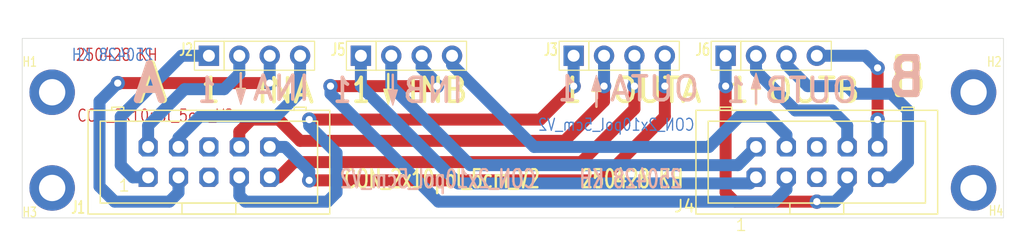
<source format=kicad_pcb>
(kicad_pcb (version 20240108) (generator "pcbnew") (generator_version "8.0")
  (layers (0 "F.Cu" signal) (31 "B.Cu" signal) (34 "B.Paste" user) (35 "F.Paste" user) (36 "B.SilkS" user "B.Silkscreen") (37 "F.SilkS" user "F.Silkscreen") (38 "B.Mask" user) (39 "F.Mask" user) (44 "Edge.Cuts" user))
  (net 0 "")
  (net 1 "Net-(J1-Pin_2)")
  (net 2 "Net-(J1-Pin_1)")
  (net 3 "Net-(J1-Pin_3)")
  (net 4 "Net-(J1-Pin_4)")
  (net 5 "Net-(J1-Pin_8)")
  (net 6 "Net-(J1-Pin_7)")
  (net 7 "Net-(J1-Pin_10)")
  (net 8 "Net-(J1-Pin_9)")
  (net 11 "Net-(J4-Pin_3)")
  (net 12 "Net-(J4-Pin_9)")
  (net 13 "Net-(J4-Pin_4)")
  (net 14 "Net-(J4-Pin_1)")
  (net 16 "Net-(J4-Pin_10)")
  (net 17 "Net-(J4-Pin_2)")
  (net 19 "Net-(J4-Pin_8)")
  (net 20 "Net-(J4-Pin_7)")
  (footprint "_kh_library:MountingHole_2.2mm_M2_Pad_TopBottom_kh" (layer "F.Cu") (at 119.78 36.45)
    (property "Reference" "H4" (at 1.875 1.905 0) (layer "F.SilkS") (effects (font (size 0.8 0.6) (thickness 0.1) (bold yes))))
    (property "Value" "MountingHole")
    (pad "1" thru_hole circle (at 0 0) (size 2.6 2.6) (drill 2.2) (layers "*.Cu" "*.Mask"))
    (pad "1" connect circle (at 0 0) (size 3.8 3.8) (layers "F.Cu" "F.Mask"))
    (pad "1" connect circle (at 0 0) (size 3.8 3.8) (layers "B.Cu" "B.Mask"))
  )
  (footprint "_kh_library:PinSocket_1x04_P2.54mm_Vertical_kh" (layer "F.Cu") (at 68.58 25.4 90)
    (property "Reference" "J5" (at 0.508 -1.905 180) (layer "F.SilkS") (effects (font (size 1 0.7))))
    (property "Value" "Conn_01x04")
    (fp_line (start -1.21 1.27) (end 1.21 1.27) (stroke (width 0.12)) (layer "F.SilkS"))
    (fp_rect (start -1.21 -1.21) (end 1.21 8.83) (stroke (width 0.1)) (fill none) (layer "F.SilkS"))
    (pad "1" thru_hole rect (at 0 0 90) (size 1.7 1.7) (drill 1) (layers "*.Cu" "*.Mask") (net 14 "Net-(J4-Pin_1)"))
    (pad "2" thru_hole oval (at 0 2.54 90) (size 1.7 1.7) (drill 1) (layers "*.Cu" "*.Mask") (net 17 "Net-(J4-Pin_2)"))
    (pad "3" thru_hole oval (at 0 5.08 90) (size 1.7 1.7) (drill 1) (layers "*.Cu" "*.Mask") (net 11 "Net-(J4-Pin_3)"))
    (pad "4" thru_hole oval (at 0 7.62 90) (size 1.7 1.7) (drill 1) (layers "*.Cu" "*.Mask") (net 13 "Net-(J4-Pin_4)"))
  )
  (footprint "_kh_library:MountingHole_2.2mm_M2_Pad_TopBottom_kh" (layer "F.Cu") (at 42.78 36.45)
    (property "Reference" "H3" (at -1.875 2.031 0) (layer "F.SilkS") (effects (font (size 0.8 0.6) (thickness 0.1))))
    (property "Value" "MountingHole")
    (pad "1" thru_hole circle (at 0 0) (size 2.6 2.6) (drill 2.2) (layers "*.Cu" "*.Mask"))
    (pad "1" connect circle (at 0 0) (size 3.8 3.8) (layers "F.Cu" "F.Mask"))
    (pad "1" connect circle (at 0 0) (size 3.8 3.8) (layers "B.Cu" "B.Mask"))
  )
  (footprint "_kh_library:PinSocket_1x04_P2.54mm_Vertical_kh" (layer "F.Cu") (at 55.88 25.4 90)
    (property "Reference" "J2" (at 0.508 -1.905 0) (layer "F.SilkS") (effects (font (size 1 0.65))))
    (property "Value" "Conn_01x04")
    (fp_line (start -1.21 1.27) (end 1.21 1.27) (stroke (width 0.12)) (layer "F.SilkS"))
    (fp_rect (start -1.21 -1.21) (end 1.21 8.83) (stroke (width 0.1)) (fill none) (layer "F.SilkS"))
    (pad "1" thru_hole rect (at 0 0 90) (size 1.7 1.7) (drill 1) (layers "*.Cu" "*.Mask") (net 2 "Net-(J1-Pin_1)"))
    (pad "2" thru_hole oval (at 0 2.54 90) (size 1.7 1.7) (drill 1) (layers "*.Cu" "*.Mask") (net 1 "Net-(J1-Pin_2)"))
    (pad "3" thru_hole oval (at 0 5.08 90) (size 1.7 1.7) (drill 1) (layers "*.Cu" "*.Mask") (net 3 "Net-(J1-Pin_3)"))
    (pad "4" thru_hole oval (at 0 7.62 90) (size 1.7 1.7) (drill 1) (layers "*.Cu" "*.Mask") (net 4 "Net-(J1-Pin_4)"))
  )
  (footprint "_kh_library:Box_02x05_P2.54mm_Vertical_kh" (layer "F.Cu") (at 101.6 35.56)
    (property "Reference" "J4" (at -5.969 2.413 0) (layer "F.SilkS"))
    (property "Value" "Box_02x05_P2.54_Vertical")
    (fp_rect (start -5.02 3.07) (end 15.18 -5.6) (stroke (width 0.12)) (fill none) (layer "F.SilkS"))
    (fp_rect (start -4 2.15) (end 14.16 -4.69) (stroke (width 0.12)) (fill none) (layer "F.SilkS"))
    (fp_rect (start -3.04 -5.6) (end -2.04 -5.86) (stroke (width 0.12)) (fill none) (layer "F.SilkS"))
    (fp_rect (start 2.83 3.07) (end 7.33 2.15) (stroke (width 0.12)) (fill none) (layer "F.SilkS"))
    (fp_rect (start 12.2 -5.6) (end 13.2 -5.86) (stroke (width 0.12)) (fill none) (layer "F.SilkS"))
    (fp_text user "1" (at -1.778 4.572 0) (layer "F.SilkS") (effects (font (thickness 0.1)) (justify left bottom)))
    (pad "1" thru_hole roundrect (at 0 0) (size 1.6 1.6) (drill 1) (layers "*.Cu" "*.Mask") (roundrect_rratio 0) (chamfer_ratio 0.2) (chamfer top_left top_right bottom_right) (net 14 "Net-(J4-Pin_1)"))
    (pad "2" thru_hole roundrect (at 0 -2.54) (size 1.6 1.6) (drill 1) (layers "*.Cu" "*.Mask") (roundrect_rratio 0) (chamfer_ratio 0.2) (chamfer top_left top_right bottom_left bottom_right) (net 17 "Net-(J4-Pin_2)"))
    (pad "3" thru_hole roundrect (at 2.54 0) (size 1.6 1.6) (drill 1) (layers "*.Cu" "*.Mask") (roundrect_rratio 0) (chamfer_ratio 0.2) (chamfer top_left top_right bottom_left bottom_right) (net 11 "Net-(J4-Pin_3)"))
    (pad "4" thru_hole roundrect (at 2.54 -2.54) (size 1.6 1.6) (drill 1) (layers "*.Cu" "*.Mask") (roundrect_rratio 0) (chamfer_ratio 0.2) (chamfer top_left top_right bottom_left bottom_right) (net 13 "Net-(J4-Pin_4)"))
    (pad "5" thru_hole roundrect (at 5.08 0) (size 1.6 1.6) (drill 1) (layers "*.Cu" "*.Mask") (roundrect_rratio 0) (chamfer_ratio 0.2) (chamfer top_left top_right bottom_left bottom_right))
    (pad "6" thru_hole roundrect (at 5.08 -2.54) (size 1.6 1.6) (drill 1) (layers "*.Cu" "*.Mask") (roundrect_rratio 0) (chamfer_ratio 0.2) (chamfer top_left top_right bottom_left bottom_right))
    (pad "7" thru_hole roundrect (at 7.62 0) (size 1.6 1.6) (drill 1) (layers "*.Cu" "*.Mask") (roundrect_rratio 0) (chamfer_ratio 0.2) (chamfer top_left top_right bottom_left bottom_right) (net 20 "Net-(J4-Pin_7)"))
    (pad "8" thru_hole roundrect (at 7.62 -2.54) (size 1.6 1.6) (drill 1) (layers "*.Cu" "*.Mask") (roundrect_rratio 0) (chamfer_ratio 0.2) (chamfer top_left top_right bottom_left bottom_right) (net 19 "Net-(J4-Pin_8)"))
    (pad "9" thru_hole roundrect (at 10.16 0) (size 1.6 1.6) (drill 1) (layers "*.Cu" "*.Mask") (roundrect_rratio 0) (chamfer_ratio 0.2) (chamfer top_left top_right bottom_left bottom_right) (net 12 "Net-(J4-Pin_9)"))
    (pad "10" thru_hole roundrect (at 10.16 -2.54) (size 1.6 1.6) (drill 1) (layers "*.Cu" "*.Mask") (roundrect_rratio 0) (chamfer_ratio 0.2) (chamfer top_left top_right bottom_left bottom_right) (net 16 "Net-(J4-Pin_10)"))
  )
  (footprint "_kh_library:MountingHole_2.2mm_M2_Pad_TopBottom_kh" (layer "F.Cu") (at 42.78 28.45)
    (property "Reference" "H1" (at -1.875 -2.542 0) (layer "F.SilkS") (effects (font (size 0.8 0.6) (thickness 0.1))))
    (property "Value" "MountingHole")
    (pad "1" thru_hole circle (at 0 0) (size 2.6 2.6) (drill 2.2) (layers "*.Cu" "*.Mask"))
    (pad "1" connect circle (at 0 0) (size 3.8 3.8) (layers "F.Cu" "F.Mask"))
    (pad "1" connect circle (at 0 0) (size 3.8 3.8) (layers "B.Cu" "B.Mask"))
  )
  (footprint "_kh_library:Box_02x05_P2.54mm_Vertical_kh" (layer "F.Cu") (at 50.8 35.56)
    (property "Reference" "J1" (at -5.842 2.52 0) (layer "F.SilkS") (effects (font (size 1 0.65))))
    (property "Value" "Box_02x05_P2.54_Vertical")
    (fp_rect (start -5.02 3.07) (end 15.18 -5.6) (stroke (width 0.12)) (fill none) (layer "F.SilkS"))
    (fp_rect (start -4 2.15) (end 14.16 -4.69) (stroke (width 0.12)) (fill none) (layer "F.SilkS"))
    (fp_rect (start -3.04 -5.6) (end -2.04 -5.86) (stroke (width 0.12)) (fill none) (layer "F.SilkS"))
    (fp_rect (start 2.83 3.07) (end 7.33 2.15) (stroke (width 0.12)) (fill none) (layer "F.SilkS"))
    (fp_rect (start 12.2 -5.6) (end 13.2 -5.86) (stroke (width 0.12)) (fill none) (layer "F.SilkS"))
    (fp_text user "1" (at -2.54 1.27 0) (layer "F.SilkS") (effects (font (thickness 0.1)) (justify left bottom)))
    (pad "1" thru_hole roundrect (at 0 0) (size 1.6 1.6) (drill 1) (layers "*.Cu" "*.Mask") (roundrect_rratio 0) (chamfer_ratio 0.2) (chamfer top_left top_right bottom_right) (net 2 "Net-(J1-Pin_1)"))
    (pad "2" thru_hole roundrect (at 0 -2.54) (size 1.6 1.6) (drill 1) (layers "*.Cu" "*.Mask") (roundrect_rratio 0) (chamfer_ratio 0.2) (chamfer top_left top_right bottom_left bottom_right) (net 1 "Net-(J1-Pin_2)"))
    (pad "3" thru_hole roundrect (at 2.54 0) (size 1.6 1.6) (drill 1) (layers "*.Cu" "*.Mask") (roundrect_rratio 0) (chamfer_ratio 0.2) (chamfer top_left top_right bottom_left bottom_right) (net 3 "Net-(J1-Pin_3)"))
    (pad "4" thru_hole roundrect (at 2.54 -2.54) (size 1.6 1.6) (drill 1) (layers "*.Cu" "*.Mask") (roundrect_rratio 0) (chamfer_ratio 0.2) (chamfer top_left top_right bottom_left bottom_right) (net 4 "Net-(J1-Pin_4)"))
    (pad "5" thru_hole roundrect (at 5.08 0) (size 1.6 1.6) (drill 1) (layers "*.Cu" "*.Mask") (roundrect_rratio 0) (chamfer_ratio 0.2) (chamfer top_left top_right bottom_left bottom_right))
    (pad "6" thru_hole roundrect (at 5.08 -2.54) (size 1.6 1.6) (drill 1) (layers "*.Cu" "*.Mask") (roundrect_rratio 0) (chamfer_ratio 0.2) (chamfer top_left top_right bottom_left bottom_right))
    (pad "7" thru_hole roundrect (at 7.62 0) (size 1.6 1.6) (drill 1) (layers "*.Cu" "*.Mask") (roundrect_rratio 0) (chamfer_ratio 0.2) (chamfer top_left top_right bottom_left bottom_right) (net 6 "Net-(J1-Pin_7)"))
    (pad "8" thru_hole roundrect (at 7.62 -2.54) (size 1.6 1.6) (drill 1) (layers "*.Cu" "*.Mask") (roundrect_rratio 0) (chamfer_ratio 0.2) (chamfer top_left top_right bottom_left bottom_right) (net 5 "Net-(J1-Pin_8)"))
    (pad "9" thru_hole roundrect (at 10.16 0) (size 1.6 1.6) (drill 1) (layers "*.Cu" "*.Mask") (roundrect_rratio 0) (chamfer_ratio 0.2) (chamfer top_left top_right bottom_left bottom_right) (net 8 "Net-(J1-Pin_9)"))
    (pad "10" thru_hole roundrect (at 10.16 -2.54) (size 1.6 1.6) (drill 1) (layers "*.Cu" "*.Mask") (roundrect_rratio 0) (chamfer_ratio 0.2) (chamfer top_left top_right bottom_left bottom_right) (net 7 "Net-(J1-Pin_10)"))
  )
  (footprint "_kh_library:PinSocket_1x04_P2.54mm_Vertical_kh" (layer "F.Cu") (at 86.36 25.4 90)
    (property "Reference" "J3" (at 0.508 -1.905 0) (layer "F.SilkS") (effects (font (size 1 0.65))))
    (property "Value" "Conn_01x04")
    (fp_line (start -1.21 1.27) (end 1.21 1.27) (stroke (width 0.12)) (layer "F.SilkS"))
    (fp_rect (start -1.21 -1.21) (end 1.21 8.83) (stroke (width 0.1)) (fill none) (layer "F.SilkS"))
    (pad "1" thru_hole rect (at 0 0 90) (size 1.7 1.7) (drill 1) (layers "*.Cu" "*.Mask") (net 6 "Net-(J1-Pin_7)"))
    (pad "2" thru_hole oval (at 0 2.54 90) (size 1.7 1.7) (drill 1) (layers "*.Cu" "*.Mask") (net 5 "Net-(J1-Pin_8)"))
    (pad "3" thru_hole oval (at 0 5.08 90) (size 1.7 1.7) (drill 1) (layers "*.Cu" "*.Mask") (net 8 "Net-(J1-Pin_9)"))
    (pad "4" thru_hole oval (at 0 7.62 90) (size 1.7 1.7) (drill 1) (layers "*.Cu" "*.Mask") (net 7 "Net-(J1-Pin_10)"))
  )
  (footprint "_kh_library:PinSocket_1x04_P2.54mm_Vertical_kh" (layer "F.Cu") (at 99.06 25.4 90)
    (property "Reference" "J6" (at 0.508 -1.905 180) (layer "F.SilkS") (effects (font (size 1 0.7))))
    (property "Value" "Conn_01x04")
    (fp_line (start -1.21 1.27) (end 1.21 1.27) (stroke (width 0.12)) (layer "F.SilkS"))
    (fp_rect (start -1.21 -1.21) (end 1.21 8.83) (stroke (width 0.1)) (fill none) (layer "F.SilkS"))
    (pad "1" thru_hole rect (at 0 0 90) (size 1.7 1.7) (drill 1) (layers "*.Cu" "*.Mask") (net 20 "Net-(J4-Pin_7)"))
    (pad "2" thru_hole oval (at 0 2.54 90) (size 1.7 1.7) (drill 1) (layers "*.Cu" "*.Mask") (net 19 "Net-(J4-Pin_8)"))
    (pad "3" thru_hole oval (at 0 5.08 90) (size 1.7 1.7) (drill 1) (layers "*.Cu" "*.Mask") (net 12 "Net-(J4-Pin_9)"))
    (pad "4" thru_hole oval (at 0 7.62 90) (size 1.7 1.7) (drill 1) (layers "*.Cu" "*.Mask") (net 16 "Net-(J4-Pin_10)"))
  )
  (footprint "_kh_library:MountingHole_2.2mm_M2_Pad_TopBottom_kh" (layer "F.Cu") (at 119.78 28.45)
    (property "Reference" "H2" (at 1.732 -2.542 0) (layer "F.SilkS") (effects (font (size 0.8 0.6) (thickness 0.1) (bold yes))))
    (property "Value" "MountingHole")
    (pad "1" thru_hole circle (at 0 0) (size 2.6 2.6) (drill 2.2) (layers "*.Cu" "*.Mask"))
    (pad "1" connect circle (at 0 0) (size 3.8 3.8) (layers "F.Cu" "F.Mask"))
    (pad "1" connect circle (at 0 0) (size 3.8 3.8) (layers "B.Cu" "B.Mask"))
  )
  (gr_line (start 71.247 28.8925) (end 71.247 26.9875) (stroke (width 0.2)) (layer "B.SilkS"))
  (gr_poly (pts (xy 101.219 28.1305) (xy 101.6 26.8605) (xy 101.981 28.1305)) (stroke (width 0.1)) (fill solid) (layer "B.SilkS"))
  (gr_poly (pts (xy 87.884 28.321) (xy 88.265 27.051) (xy 88.646 28.321)) (stroke (width 0.1)) (fill solid) (layer "B.SilkS"))
  (gr_poly (pts (xy 70.866 28.2575) (xy 71.247 29.5275) (xy 71.628 28.2575)) (stroke (width 0.1)) (fill solid) (layer "B.SilkS"))
  (gr_line (start 101.6 27.4955) (end 101.6 29.4005) (stroke (width 0.2)) (layer "B.SilkS"))
  (gr_line (start 58.547 28.829) (end 58.547 26.924) (stroke (width 0.2)) (layer "B.SilkS"))
  (gr_poly (pts (xy 58.166 28.194) (xy 58.547 29.464) (xy 58.928 28.194)) (stroke (width 0.1)) (fill solid) (layer "B.SilkS"))
  (gr_line (start 88.265 27.686) (end 88.265 29.591) (stroke (width 0.2)) (layer "B.SilkS"))
  (gr_line (start 58.547 28.7655) (end 58.547 26.8605) (stroke (width 0.2)) (layer "F.SilkS"))
  (gr_poly (pts (xy 58.166 28.1305) (xy 58.547 29.4005) (xy 58.928 28.1305)) (stroke (width 0.1)) (fill solid) (layer "F.SilkS"))
  (gr_poly (pts (xy 70.485 28.194) (xy 70.866 29.464) (xy 71.247 28.194)) (stroke (width 0.1)) (fill solid) (layer "F.SilkS"))
  (gr_line (start 88.265 27.7495) (end 88.265 29.6545) (stroke (width 0.2)) (layer "F.SilkS"))
  (gr_poly (pts (xy 101.219 28.194) (xy 101.6 26.924) (xy 101.981 28.194)) (stroke (width 0.1)) (fill solid) (layer "F.SilkS"))
  (gr_poly (pts (xy 87.884 28.3845) (xy 88.265 27.1145) (xy 88.646 28.3845)) (stroke (width 0.1)) (fill solid) (layer "F.SilkS"))
  (gr_line (start 70.866 28.829) (end 70.866 26.924) (stroke (width 0.2)) (layer "F.SilkS"))
  (gr_line (start 101.6 27.559) (end 101.6 29.464) (stroke (width 0.2)) (layer "F.SilkS"))
  (gr_rect (start 40.28 23.95) (end 122.28 38.95) (stroke (width 0.05)) (fill none) (layer "Edge.Cuts"))
  (gr_text "250428 KH" (at 44.704 25.908 0) (layer "F.Cu") (effects (font (size 1 0.8) (thickness 0.1) (bold yes)) (justify left bottom)))
  (gr_text " CON_2x10pol_5cm_V2" (at 44.196 30.988 0) (layer "F.Cu") (effects (font (size 1 0.8) (thickness 0.1) (bold yes)) (justify left bottom)))
  (gr_text "250428 KH" (at 51.308 25.908 0) (layer "B.Cu") (effects (font (size 1 0.8) (thickness 0.1) (bold yes)) (justify left bottom mirror)))
  (gr_text "CON_2x10pol_5cm_V2" (at 96.52 31.75 0) (layer "B.Cu") (effects (font (size 1 0.8) (thickness 0.1) (bold yes)) (justify left bottom mirror)))
  (gr_text "1" (at 100.838 29.464 0) (layer "B.SilkS") (effects (font (size 2 1.5) (thickness 0.3)) (justify left bottom mirror)))
  (gr_text "OUTA" (at 97.028 29.337 0) (layer "B.SilkS") (effects (font (size 2 2) (thickness 0.3) (bold yes)) (justify left bottom mirror)))
  (gr_text "OUTB" (at 110.236 29.464 0) (layer "B.SilkS") (effects (font (size 2 2) (thickness 0.3) (bold yes)) (justify left bottom mirror)))
  (gr_text "1" (at 67.945 29.464 0) (layer "B.SilkS") (effects (font (size 2 1.5) (thickness 0.3) (bold yes)) (justify left bottom mirror)))
  (gr_text "A" (at 52.578 29.464 0) (layer "B.SilkS") (effects (font (size 3 3) (thickness 0.6) (bold yes)) (justify left bottom mirror)))
  (gr_text "250428 KH" (at 95.504 36.576 0) (layer "B.SilkS") (effects (font (size 1.5 1) (thickness 0.2) (bold yes)) (justify left bottom mirror)))
  (gr_text "INB" (at 77.343 29.464 0) (layer "B.SilkS") (effects (font (size 2 2) (thickness 0.3) (bold yes)) (justify left bottom mirror)))
  (gr_text "INA" (at 64.516 29.284 0) (layer "B.SilkS") (effects (font (size 2 2) (thickness 0.3) (bold yes)) (justify left bottom mirror)))
  (gr_text "CON_2x10pol_5cm_V2" (at 83.312 36.576 0) (layer "B.SilkS") (effects (font (size 1.5 1) (thickness 0.2) (bold yes)) (justify left bottom mirror)))
  (gr_text "B" (at 116.078 28.956 0) (layer "B.SilkS") (effects (font (size 3 3) (thickness 0.6) (bold yes)) (justify left bottom mirror)))
  (gr_text "1" (at 86.741 29.337 0) (layer "B.SilkS") (effects (font (size 2 1.5) (thickness 0.3) (bold yes)) (justify left bottom mirror)))
  (gr_text "1" (at 56.642 29.464 0) (layer "B.SilkS") (effects (font (size 2 1.5) (thickness 0.3)) (justify left bottom mirror)))
  (gr_text "A" (at 49.403 29.464 0) (layer "F.SilkS") (effects (font (size 3 3) (thickness 0.6) (bold yes)) (justify left bottom)))
  (gr_text "INA" (at 59.69 29.5 0) (layer "F.SilkS") (effects (font (size 2 2) (thickness 0.3) (bold yes)) (justify left bottom)))
  (gr_text "B" (at 112.395 28.956 0) (layer "F.SilkS") (effects (font (size 3 3) (thickness 0.6) (bold yes)) (justify left bottom)))
  (gr_text "1" (at 67.691 29.464 0) (layer "F.SilkS") (effects (font (size 2 1.5) (thickness 0.3) (bold yes)) (justify left bottom)))
  (gr_text "CON_2x10pol_5cm_V2" (at 67.056 36.576 0) (layer "F.SilkS") (effects (font (size 1.5 1) (thickness 0.2) (bold yes)) (justify left bottom)))
  (gr_text "OUTA" (at 89.408 29.464 0) (layer "F.SilkS") (effects (font (size 2 2) (thickness 0.3) (bold yes)) (justify left bottom)))
  (gr_text "OUTB" (at 102.362 29.464 0) (layer "F.SilkS") (effects (font (size 2 2) (thickness 0.3) (bold yes)) (justify left bottom)))
  (gr_text "1" (at 99.314 29.464 0) (layer "F.SilkS") (effects (font (size 2 1.5) (thickness 0.3) (bold yes)) (justify left bottom)))
  (gr_text "INB" (at 72.263 29.464 0) (layer "F.SilkS") (effects (font (size 2 2) (thickness 0.3) (bold yes)) (justify left bottom)))
  (gr_text "1" (at 55.118 29.464 0) (layer "F.SilkS") (effects (font (size 2 1.5) (thickness 0.3) (bold yes)) (justify left bottom)))
  (gr_text "250428 KH" (at 86.868 36.576 0) (layer "F.SilkS") (effects (font (size 1.5 1) (thickness 0.2) (bold yes)) (justify left bottom)))
  (gr_text "1" (at 85.344 29.464 0) (layer "F.SilkS") (effects (font (size 2 1.5) (thickness 0.3) (bold yes)) (justify left bottom)))
  (segment (start 58.42 26.924) (end 57.15 28.194) (width 1) (layer "B.Cu") (net 1))
  (segment (start 57.15 28.194) (end 53.848 28.194) (width 1) (layer "B.Cu") (net 1))
  (segment (start 50.8 31.242) (end 50.8 33.02) (width 1) (layer "B.Cu") (net 1))
  (segment (start 53.848 28.194) (end 50.8 31.242) (width 1) (layer "B.Cu") (net 1))
  (segment (start 58.42 25.4) (end 58.42 26.924) (width 1) (layer "B.Cu") (net 1))
  (segment (start 48.514 30.48) (end 53.594 25.4) (width 1) (layer "B.Cu") (net 2))
  (segment (start 48.514 34.544) (end 49.53 35.56) (width 1) (layer "B.Cu") (net 2))
  (segment (start 53.594 25.4) (end 55.88 25.4) (width 1) (layer "B.Cu") (net 2))
  (segment (start 49.53 35.56) (end 50.8 35.56) (width 1) (layer "B.Cu") (net 2))
  (segment (start 48.514 30.48) (end 48.514 34.544) (width 1) (layer "B.Cu") (net 2))
  (segment (start 60.96 27.686) (end 48.26 27.686) (width 1) (layer "F.Cu") (net 3))
  (via (at 48.26 27.686) (size 1.2) (drill 0.6) (layers "F.Cu" "B.Cu") (net 3))
  (via (at 60.96 27.686) (size 1.2) (drill 0.6) (layers "F.Cu" "B.Cu") (net 3))
  (segment (start 53.34 36.83) (end 53.34 35.56) (width 1) (layer "B.Cu") (net 3))
  (segment (start 48.006 37.592) (end 52.578 37.592) (width 1) (layer "B.Cu") (net 3))
  (segment (start 46.736 36.322) (end 48.006 37.592) (width 1) (layer "B.Cu") (net 3))
  (segment (start 46.736 29.21) (end 46.736 36.322) (width 1) (layer "B.Cu") (net 3))
  (segment (start 48.26 27.686) (end 46.736 29.21) (width 1) (layer "B.Cu") (net 3))
  (segment (start 52.578 37.592) (end 53.34 36.83) (width 1) (layer "B.Cu") (net 3))
  (segment (start 60.96 25.4) (end 60.96 27.686) (width 1) (layer "B.Cu") (net 3))
  (segment (start 61.468 30.48) (end 55.118 30.48) (width 1) (layer "B.Cu") (net 4))
  (segment (start 63.5 28.448) (end 61.468 30.48) (width 1) (layer "B.Cu") (net 4))
  (segment (start 53.34 32.258) (end 53.34 33.02) (width 1) (layer "B.Cu") (net 4))
  (segment (start 63.5 25.4) (end 63.5 28.448) (width 1) (layer "B.Cu") (net 4))
  (segment (start 55.118 30.48) (end 53.34 32.258) (width 1) (layer "B.Cu") (net 4))
  (segment (start 58.42 31.75) (end 59.436 30.734) (width 1) (layer "F.Cu") (net 5))
  (segment (start 61.722 30.734) (end 63.5 32.512) (width 1) (layer "F.Cu") (net 5))
  (segment (start 63.5 32.512) (end 85.598 32.512) (width 1) (layer "F.Cu") (net 5))
  (segment (start 59.436 30.734) (end 61.722 30.734) (width 1) (layer "F.Cu") (net 5))
  (segment (start 85.598 32.512) (end 88.9 29.21) (width 1) (layer "F.Cu") (net 5))
  (segment (start 88.9 29.21) (end 88.9 27.94) (width 1) (layer "F.Cu") (net 5))
  (segment (start 58.42 33.02) (end 58.42 31.75) (width 1) (layer "F.Cu") (net 5))
  (via (at 88.9 27.94) (size 1.2) (drill 0.6) (layers "F.Cu" "B.Cu") (net 5))
  (segment (start 88.9 25.4) (end 88.9 27.94) (width 1) (layer "B.Cu") (net 5))
  (segment (start 83.566 30.734) (end 86.36 27.94) (width 1) (layer "F.Cu") (net 6))
  (segment (start 64.262 30.734) (end 83.566 30.734) (width 1) (layer "F.Cu") (net 6))
  (via (at 64.262 30.734) (size 1.2) (drill 0.6) (layers "F.Cu" "B.Cu") (net 6))
  (via (at 86.36 27.94) (size 1.2) (drill 0.6) (layers "F.Cu" "B.Cu") (net 6))
  (segment (start 58.928 37.592) (end 58.42 37.084) (width 1) (layer "B.Cu") (net 6))
  (segment (start 66.548 33.528) (end 66.548 36.83) (width 1) (layer "B.Cu") (net 6))
  (segment (start 65.786 37.592) (end 58.928 37.592) (width 1) (layer "B.Cu") (net 6))
  (segment (start 64.262 31.242) (end 66.548 33.528) (width 1) (layer "B.Cu") (net 6))
  (segment (start 64.262 30.734) (end 64.262 31.242) (width 1) (layer "B.Cu") (net 6))
  (segment (start 58.42 37.084) (end 58.42 35.56) (width 1) (layer "B.Cu") (net 6))
  (segment (start 86.36 25.4) (end 86.36 27.94) (width 1) (layer "B.Cu") (net 6))
  (segment (start 66.548 36.83) (end 65.786 37.592) (width 1) (layer "B.Cu") (net 6))
  (segment (start 88.646 35.814) (end 93.98 30.48) (width 1) (layer "F.Cu") (net 7))
  (segment (start 64.262 35.814) (end 88.646 35.814) (width 1) (layer "F.Cu") (net 7))
  (segment (start 93.98 30.48) (end 93.98 27.94) (width 1) (layer "F.Cu") (net 7))
  (via (at 93.98 27.94) (size 1.2) (drill 0.6) (layers "F.Cu" "B.Cu") (net 7))
  (via (at 64.262 35.814) (size 1.2) (drill 0.6) (layers "F.Cu" "B.Cu") (net 7))
  (segment (start 64.262 35.052) (end 62.23 33.02) (width 1) (layer "B.Cu") (net 7))
  (segment (start 64.262 35.814) (end 64.262 35.052) (width 1) (layer "B.Cu") (net 7))
  (segment (start 93.98 25.4) (end 93.98 27.94) (width 1) (layer "B.Cu") (net 7))
  (segment (start 62.23 33.02) (end 60.96 33.02) (width 1) (layer "B.Cu") (net 7))
  (segment (start 86.995 34.29) (end 91.44 29.845) (width 1) (layer "F.Cu") (net 8))
  (segment (start 61.722 35.56) (end 62.992 34.29) (width 1) (layer "F.Cu") (net 8))
  (segment (start 62.992 34.29) (end 86.995 34.29) (width 1) (layer "F.Cu") (net 8))
  (segment (start 60.96 35.56) (end 61.722 35.56) (width 1) (layer "F.Cu") (net 8))
  (segment (start 91.44 29.845) (end 91.44 27.94) (width 1) (layer "F.Cu") (net 8))
  (via (at 91.44 27.94) (size 1.2) (drill 0.6) (layers "F.Cu" "B.Cu") (net 8))
  (segment (start 91.44 25.4) (end 91.44 27.94) (width 1) (layer "B.Cu") (net 8))
  (segment (start 74.93 27.94) (end 66.04 27.94) (width 1) (layer "F.Cu") (net 11))
  (via (at 66.04 27.94) (size 1.2) (drill 0.6) (layers "F.Cu" "B.Cu") (net 11))
  (via (at 74.93 27.94) (size 1.2) (drill 0.6) (layers "F.Cu" "B.Cu") (net 11))
  (segment (start 75.057 37.592) (end 103.124 37.592) (width 1) (layer "B.Cu") (net 11))
  (segment (start 66.04 28.575) (end 75.057 37.592) (width 1) (layer "B.Cu") (net 11))
  (segment (start 104.14 36.576) (end 104.14 35.56) (width 1) (layer "B.Cu") (net 11))
  (segment (start 103.124 37.592) (end 104.14 36.576) (width 1) (layer "B.Cu") (net 11))
  (segment (start 73.66 26.416) (end 73.66 25.4) (width 1) (layer "B.Cu") (net 11))
  (segment (start 66.04 27.94) (end 66.04 28.575) (width 1) (layer "B.Cu") (net 11))
  (segment (start 74.676 27.432) (end 73.66 26.416) (width 1) (layer "B.Cu") (net 11))
  (segment (start 105.918 27.94) (end 104.14 26.162) (width 1) (layer "B.Cu") (net 12))
  (segment (start 111.76 35.56) (end 113.03 35.56) (width 1) (layer "B.Cu") (net 12))
  (segment (start 112.903 28.575) (end 109.855 28.575) (width 1) (layer "B.Cu") (net 12))
  (segment (start 109.855 28.575) (end 109.22 27.94) (width 1) (layer "B.Cu") (net 12))
  (segment (start 113.03 35.56) (end 114.3 34.29) (width 1) (layer "B.Cu") (net 12))
  (segment (start 114.3 34.29) (end 114.3 29.972) (width 1) (layer "B.Cu") (net 12))
  (segment (start 114.3 29.972) (end 112.903 28.575) (width 1) (layer "B.Cu") (net 12))
  (segment (start 104.14 26.162) (end 104.14 25.4) (width 1) (layer "B.Cu") (net 12))
  (segment (start 109.22 27.94) (end 105.918 27.94) (width 1) (layer "B.Cu") (net 12))
  (segment (start 97.663 33.02) (end 83.058 33.02) (width 1) (layer "B.Cu") (net 13))
  (segment (start 83.058 33.02) (end 76.2 26.162) (width 1) (layer "B.Cu") (net 13))
  (segment (start 100.203 30.48) (end 97.663 33.02) (width 1) (layer "B.Cu") (net 13))
  (segment (start 102.616 30.48) (end 100.203 30.48) (width 1) (layer "B.Cu") (net 13))
  (segment (start 76.2 26.162) (end 76.2 25.4) (width 1) (layer "B.Cu") (net 13))
  (segment (start 104.14 32.004) (end 102.616 30.48) (width 1) (layer "B.Cu") (net 13))
  (segment (start 104.14 33.02) (end 104.14 32.004) (width 1) (layer "B.Cu") (net 13))
  (segment (start 76.708 36.068) (end 68.58 27.94) (width 1) (layer "B.Cu") (net 14))
  (segment (start 101.092 36.068) (end 76.708 36.068) (width 1) (layer "B.Cu") (net 14))
  (segment (start 68.58 27.94) (end 68.58 25.4) (width 1) (layer "B.Cu") (net 14))
  (segment (start 101.6 35.56) (end 101.092 36.068) (width 1) (layer "B.Cu") (net 14))
  (segment (start 111.76 26.416) (end 111.76 30.734) (width 1) (layer "F.Cu") (net 16))
  (via (at 111.76 26.416) (size 1.2) (drill 0.6) (layers "F.Cu" "B.Cu") (net 16))
  (via (at 111.76 30.734) (size 1.2) (drill 0.6) (layers "F.Cu" "B.Cu") (net 16))
  (segment (start 110.744 25.4) (end 106.68 25.4) (width 1) (layer "B.Cu") (net 16))
  (segment (start 111.76 26.416) (end 110.744 25.4) (width 1) (layer "B.Cu") (net 16))
  (segment (start 111.76 33.02) (end 111.76 30.734) (width 1) (layer "B.Cu") (net 16))
  (segment (start 71.12 27.94) (end 71.12 25.4) (width 1) (layer "B.Cu") (net 17))
  (segment (start 77.724 34.544) (end 71.12 27.94) (width 1) (layer "B.Cu") (net 17))
  (segment (start 100.076 34.544) (end 77.724 34.544) (width 1) (layer "B.Cu") (net 17))
  (segment (start 101.6 33.02) (end 100.076 34.544) (width 1) (layer "B.Cu") (net 17))
  (segment (start 109.22 33.02) (end 109.22 31.242) (width 1) (layer "B.Cu") (net 19))
  (segment (start 104.902 29.972) (end 101.6 26.67) (width 1) (layer "B.Cu") (net 19))
  (segment (start 109.22 31.242) (end 107.95 29.972) (width 1) (layer "B.Cu") (net 19))
  (segment (start 107.95 29.972) (end 104.902 29.972) (width 1) (layer "B.Cu") (net 19))
  (segment (start 101.6 26.67) (end 101.6 25.4) (width 1) (layer "B.Cu") (net 19))
  (segment (start 99.822 37.592) (end 99.06 36.83) (width 1) (layer "F.Cu") (net 20))
  (segment (start 99.06 36.83) (end 99.06 27.94) (width 1) (layer "F.Cu") (net 20))
  (segment (start 106.68 37.592) (end 99.822 37.592) (width 1) (layer "F.Cu") (net 20))
  (via (at 99.06 27.94) (size 1.2) (drill 0.6) (layers "F.Cu" "B.Cu") (net 20))
  (via (at 106.68 37.592) (size 1.2) (drill 0.6) (layers "F.Cu" "B.Cu") (net 20))
  (segment (start 108.204 37.592) (end 106.68 37.592) (width 1) (layer "B.Cu") (net 20))
  (segment (start 109.22 36.576) (end 108.204 37.592) (width 1) (layer "B.Cu") (net 20))
  (segment (start 99.06 25.4) (end 99.06 27.94) (width 1) (layer "B.Cu") (net 20))
  (segment (start 109.22 35.56) (end 109.22 36.576) (width 1) (layer "B.Cu") (net 20))
)
</source>
